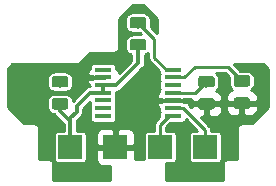
<source format=gbr>
G04 #@! TF.GenerationSoftware,KiCad,Pcbnew,(5.1.2)-2*
G04 #@! TF.CreationDate,2019-12-09T19:24:06+00:00*
G04 #@! TF.ProjectId,encoder_pcb,656e636f-6465-4725-9f70-63622e6b6963,rev?*
G04 #@! TF.SameCoordinates,Original*
G04 #@! TF.FileFunction,Copper,L2,Bot*
G04 #@! TF.FilePolarity,Positive*
%FSLAX46Y46*%
G04 Gerber Fmt 4.6, Leading zero omitted, Abs format (unit mm)*
G04 Created by KiCad (PCBNEW (5.1.2)-2) date 2019-12-09 19:24:06*
%MOMM*%
%LPD*%
G04 APERTURE LIST*
%ADD10C,0.100000*%
%ADD11C,0.975000*%
%ADD12R,2.000000X2.000000*%
%ADD13R,1.475000X0.450000*%
%ADD14C,0.375000*%
%ADD15C,0.250000*%
%ADD16C,0.254000*%
G04 APERTURE END LIST*
D10*
G36*
X116280142Y-114451174D02*
G01*
X116303803Y-114454684D01*
X116327007Y-114460496D01*
X116349529Y-114468554D01*
X116371153Y-114478782D01*
X116391670Y-114491079D01*
X116410883Y-114505329D01*
X116428607Y-114521393D01*
X116444671Y-114539117D01*
X116458921Y-114558330D01*
X116471218Y-114578847D01*
X116481446Y-114600471D01*
X116489504Y-114622993D01*
X116495316Y-114646197D01*
X116498826Y-114669858D01*
X116500000Y-114693750D01*
X116500000Y-115181250D01*
X116498826Y-115205142D01*
X116495316Y-115228803D01*
X116489504Y-115252007D01*
X116481446Y-115274529D01*
X116471218Y-115296153D01*
X116458921Y-115316670D01*
X116444671Y-115335883D01*
X116428607Y-115353607D01*
X116410883Y-115369671D01*
X116391670Y-115383921D01*
X116371153Y-115396218D01*
X116349529Y-115406446D01*
X116327007Y-115414504D01*
X116303803Y-115420316D01*
X116280142Y-115423826D01*
X116256250Y-115425000D01*
X115343750Y-115425000D01*
X115319858Y-115423826D01*
X115296197Y-115420316D01*
X115272993Y-115414504D01*
X115250471Y-115406446D01*
X115228847Y-115396218D01*
X115208330Y-115383921D01*
X115189117Y-115369671D01*
X115171393Y-115353607D01*
X115155329Y-115335883D01*
X115141079Y-115316670D01*
X115128782Y-115296153D01*
X115118554Y-115274529D01*
X115110496Y-115252007D01*
X115104684Y-115228803D01*
X115101174Y-115205142D01*
X115100000Y-115181250D01*
X115100000Y-114693750D01*
X115101174Y-114669858D01*
X115104684Y-114646197D01*
X115110496Y-114622993D01*
X115118554Y-114600471D01*
X115128782Y-114578847D01*
X115141079Y-114558330D01*
X115155329Y-114539117D01*
X115171393Y-114521393D01*
X115189117Y-114505329D01*
X115208330Y-114491079D01*
X115228847Y-114478782D01*
X115250471Y-114468554D01*
X115272993Y-114460496D01*
X115296197Y-114454684D01*
X115319858Y-114451174D01*
X115343750Y-114450000D01*
X116256250Y-114450000D01*
X116280142Y-114451174D01*
X116280142Y-114451174D01*
G37*
D11*
X115800000Y-114937500D03*
D10*
G36*
X116280142Y-112576174D02*
G01*
X116303803Y-112579684D01*
X116327007Y-112585496D01*
X116349529Y-112593554D01*
X116371153Y-112603782D01*
X116391670Y-112616079D01*
X116410883Y-112630329D01*
X116428607Y-112646393D01*
X116444671Y-112664117D01*
X116458921Y-112683330D01*
X116471218Y-112703847D01*
X116481446Y-112725471D01*
X116489504Y-112747993D01*
X116495316Y-112771197D01*
X116498826Y-112794858D01*
X116500000Y-112818750D01*
X116500000Y-113306250D01*
X116498826Y-113330142D01*
X116495316Y-113353803D01*
X116489504Y-113377007D01*
X116481446Y-113399529D01*
X116471218Y-113421153D01*
X116458921Y-113441670D01*
X116444671Y-113460883D01*
X116428607Y-113478607D01*
X116410883Y-113494671D01*
X116391670Y-113508921D01*
X116371153Y-113521218D01*
X116349529Y-113531446D01*
X116327007Y-113539504D01*
X116303803Y-113545316D01*
X116280142Y-113548826D01*
X116256250Y-113550000D01*
X115343750Y-113550000D01*
X115319858Y-113548826D01*
X115296197Y-113545316D01*
X115272993Y-113539504D01*
X115250471Y-113531446D01*
X115228847Y-113521218D01*
X115208330Y-113508921D01*
X115189117Y-113494671D01*
X115171393Y-113478607D01*
X115155329Y-113460883D01*
X115141079Y-113441670D01*
X115128782Y-113421153D01*
X115118554Y-113399529D01*
X115110496Y-113377007D01*
X115104684Y-113353803D01*
X115101174Y-113330142D01*
X115100000Y-113306250D01*
X115100000Y-112818750D01*
X115101174Y-112794858D01*
X115104684Y-112771197D01*
X115110496Y-112747993D01*
X115118554Y-112725471D01*
X115128782Y-112703847D01*
X115141079Y-112683330D01*
X115155329Y-112664117D01*
X115171393Y-112646393D01*
X115189117Y-112630329D01*
X115208330Y-112616079D01*
X115228847Y-112603782D01*
X115250471Y-112593554D01*
X115272993Y-112585496D01*
X115296197Y-112579684D01*
X115319858Y-112576174D01*
X115343750Y-112575000D01*
X116256250Y-112575000D01*
X116280142Y-112576174D01*
X116280142Y-112576174D01*
G37*
D11*
X115800000Y-113062500D03*
D10*
G36*
X119280142Y-114388674D02*
G01*
X119303803Y-114392184D01*
X119327007Y-114397996D01*
X119349529Y-114406054D01*
X119371153Y-114416282D01*
X119391670Y-114428579D01*
X119410883Y-114442829D01*
X119428607Y-114458893D01*
X119444671Y-114476617D01*
X119458921Y-114495830D01*
X119471218Y-114516347D01*
X119481446Y-114537971D01*
X119489504Y-114560493D01*
X119495316Y-114583697D01*
X119498826Y-114607358D01*
X119500000Y-114631250D01*
X119500000Y-115118750D01*
X119498826Y-115142642D01*
X119495316Y-115166303D01*
X119489504Y-115189507D01*
X119481446Y-115212029D01*
X119471218Y-115233653D01*
X119458921Y-115254170D01*
X119444671Y-115273383D01*
X119428607Y-115291107D01*
X119410883Y-115307171D01*
X119391670Y-115321421D01*
X119371153Y-115333718D01*
X119349529Y-115343946D01*
X119327007Y-115352004D01*
X119303803Y-115357816D01*
X119280142Y-115361326D01*
X119256250Y-115362500D01*
X118343750Y-115362500D01*
X118319858Y-115361326D01*
X118296197Y-115357816D01*
X118272993Y-115352004D01*
X118250471Y-115343946D01*
X118228847Y-115333718D01*
X118208330Y-115321421D01*
X118189117Y-115307171D01*
X118171393Y-115291107D01*
X118155329Y-115273383D01*
X118141079Y-115254170D01*
X118128782Y-115233653D01*
X118118554Y-115212029D01*
X118110496Y-115189507D01*
X118104684Y-115166303D01*
X118101174Y-115142642D01*
X118100000Y-115118750D01*
X118100000Y-114631250D01*
X118101174Y-114607358D01*
X118104684Y-114583697D01*
X118110496Y-114560493D01*
X118118554Y-114537971D01*
X118128782Y-114516347D01*
X118141079Y-114495830D01*
X118155329Y-114476617D01*
X118171393Y-114458893D01*
X118189117Y-114442829D01*
X118208330Y-114428579D01*
X118228847Y-114416282D01*
X118250471Y-114406054D01*
X118272993Y-114397996D01*
X118296197Y-114392184D01*
X118319858Y-114388674D01*
X118343750Y-114387500D01*
X119256250Y-114387500D01*
X119280142Y-114388674D01*
X119280142Y-114388674D01*
G37*
D11*
X118800000Y-114875000D03*
D10*
G36*
X119280142Y-112513674D02*
G01*
X119303803Y-112517184D01*
X119327007Y-112522996D01*
X119349529Y-112531054D01*
X119371153Y-112541282D01*
X119391670Y-112553579D01*
X119410883Y-112567829D01*
X119428607Y-112583893D01*
X119444671Y-112601617D01*
X119458921Y-112620830D01*
X119471218Y-112641347D01*
X119481446Y-112662971D01*
X119489504Y-112685493D01*
X119495316Y-112708697D01*
X119498826Y-112732358D01*
X119500000Y-112756250D01*
X119500000Y-113243750D01*
X119498826Y-113267642D01*
X119495316Y-113291303D01*
X119489504Y-113314507D01*
X119481446Y-113337029D01*
X119471218Y-113358653D01*
X119458921Y-113379170D01*
X119444671Y-113398383D01*
X119428607Y-113416107D01*
X119410883Y-113432171D01*
X119391670Y-113446421D01*
X119371153Y-113458718D01*
X119349529Y-113468946D01*
X119327007Y-113477004D01*
X119303803Y-113482816D01*
X119280142Y-113486326D01*
X119256250Y-113487500D01*
X118343750Y-113487500D01*
X118319858Y-113486326D01*
X118296197Y-113482816D01*
X118272993Y-113477004D01*
X118250471Y-113468946D01*
X118228847Y-113458718D01*
X118208330Y-113446421D01*
X118189117Y-113432171D01*
X118171393Y-113416107D01*
X118155329Y-113398383D01*
X118141079Y-113379170D01*
X118128782Y-113358653D01*
X118118554Y-113337029D01*
X118110496Y-113314507D01*
X118104684Y-113291303D01*
X118101174Y-113267642D01*
X118100000Y-113243750D01*
X118100000Y-112756250D01*
X118101174Y-112732358D01*
X118104684Y-112708697D01*
X118110496Y-112685493D01*
X118118554Y-112662971D01*
X118128782Y-112641347D01*
X118141079Y-112620830D01*
X118155329Y-112601617D01*
X118171393Y-112583893D01*
X118189117Y-112567829D01*
X118208330Y-112553579D01*
X118228847Y-112541282D01*
X118250471Y-112531054D01*
X118272993Y-112522996D01*
X118296197Y-112517184D01*
X118319858Y-112513674D01*
X118343750Y-112512500D01*
X119256250Y-112512500D01*
X119280142Y-112513674D01*
X119280142Y-112513674D01*
G37*
D11*
X118800000Y-113000000D03*
D10*
G36*
X110480142Y-107576174D02*
G01*
X110503803Y-107579684D01*
X110527007Y-107585496D01*
X110549529Y-107593554D01*
X110571153Y-107603782D01*
X110591670Y-107616079D01*
X110610883Y-107630329D01*
X110628607Y-107646393D01*
X110644671Y-107664117D01*
X110658921Y-107683330D01*
X110671218Y-107703847D01*
X110681446Y-107725471D01*
X110689504Y-107747993D01*
X110695316Y-107771197D01*
X110698826Y-107794858D01*
X110700000Y-107818750D01*
X110700000Y-108306250D01*
X110698826Y-108330142D01*
X110695316Y-108353803D01*
X110689504Y-108377007D01*
X110681446Y-108399529D01*
X110671218Y-108421153D01*
X110658921Y-108441670D01*
X110644671Y-108460883D01*
X110628607Y-108478607D01*
X110610883Y-108494671D01*
X110591670Y-108508921D01*
X110571153Y-108521218D01*
X110549529Y-108531446D01*
X110527007Y-108539504D01*
X110503803Y-108545316D01*
X110480142Y-108548826D01*
X110456250Y-108550000D01*
X109543750Y-108550000D01*
X109519858Y-108548826D01*
X109496197Y-108545316D01*
X109472993Y-108539504D01*
X109450471Y-108531446D01*
X109428847Y-108521218D01*
X109408330Y-108508921D01*
X109389117Y-108494671D01*
X109371393Y-108478607D01*
X109355329Y-108460883D01*
X109341079Y-108441670D01*
X109328782Y-108421153D01*
X109318554Y-108399529D01*
X109310496Y-108377007D01*
X109304684Y-108353803D01*
X109301174Y-108330142D01*
X109300000Y-108306250D01*
X109300000Y-107818750D01*
X109301174Y-107794858D01*
X109304684Y-107771197D01*
X109310496Y-107747993D01*
X109318554Y-107725471D01*
X109328782Y-107703847D01*
X109341079Y-107683330D01*
X109355329Y-107664117D01*
X109371393Y-107646393D01*
X109389117Y-107630329D01*
X109408330Y-107616079D01*
X109428847Y-107603782D01*
X109450471Y-107593554D01*
X109472993Y-107585496D01*
X109496197Y-107579684D01*
X109519858Y-107576174D01*
X109543750Y-107575000D01*
X110456250Y-107575000D01*
X110480142Y-107576174D01*
X110480142Y-107576174D01*
G37*
D11*
X110000000Y-108062500D03*
D10*
G36*
X110480142Y-109451174D02*
G01*
X110503803Y-109454684D01*
X110527007Y-109460496D01*
X110549529Y-109468554D01*
X110571153Y-109478782D01*
X110591670Y-109491079D01*
X110610883Y-109505329D01*
X110628607Y-109521393D01*
X110644671Y-109539117D01*
X110658921Y-109558330D01*
X110671218Y-109578847D01*
X110681446Y-109600471D01*
X110689504Y-109622993D01*
X110695316Y-109646197D01*
X110698826Y-109669858D01*
X110700000Y-109693750D01*
X110700000Y-110181250D01*
X110698826Y-110205142D01*
X110695316Y-110228803D01*
X110689504Y-110252007D01*
X110681446Y-110274529D01*
X110671218Y-110296153D01*
X110658921Y-110316670D01*
X110644671Y-110335883D01*
X110628607Y-110353607D01*
X110610883Y-110369671D01*
X110591670Y-110383921D01*
X110571153Y-110396218D01*
X110549529Y-110406446D01*
X110527007Y-110414504D01*
X110503803Y-110420316D01*
X110480142Y-110423826D01*
X110456250Y-110425000D01*
X109543750Y-110425000D01*
X109519858Y-110423826D01*
X109496197Y-110420316D01*
X109472993Y-110414504D01*
X109450471Y-110406446D01*
X109428847Y-110396218D01*
X109408330Y-110383921D01*
X109389117Y-110369671D01*
X109371393Y-110353607D01*
X109355329Y-110335883D01*
X109341079Y-110316670D01*
X109328782Y-110296153D01*
X109318554Y-110274529D01*
X109310496Y-110252007D01*
X109304684Y-110228803D01*
X109301174Y-110205142D01*
X109300000Y-110181250D01*
X109300000Y-109693750D01*
X109301174Y-109669858D01*
X109304684Y-109646197D01*
X109310496Y-109622993D01*
X109318554Y-109600471D01*
X109328782Y-109578847D01*
X109341079Y-109558330D01*
X109355329Y-109539117D01*
X109371393Y-109521393D01*
X109389117Y-109505329D01*
X109408330Y-109491079D01*
X109428847Y-109478782D01*
X109450471Y-109468554D01*
X109472993Y-109460496D01*
X109496197Y-109454684D01*
X109519858Y-109451174D01*
X109543750Y-109450000D01*
X110456250Y-109450000D01*
X110480142Y-109451174D01*
X110480142Y-109451174D01*
G37*
D11*
X110000000Y-109937500D03*
D12*
X115715000Y-118600000D03*
X111905000Y-118600000D03*
X108095000Y-118600000D03*
X104285000Y-118600000D03*
D13*
X107062000Y-112050000D03*
X107062000Y-112700000D03*
X107062000Y-113350000D03*
X107062000Y-114000000D03*
X107062000Y-114650000D03*
X107062000Y-115300000D03*
X107062000Y-115950000D03*
X112938000Y-115950000D03*
X112938000Y-115300000D03*
X112938000Y-114650000D03*
X112938000Y-114000000D03*
X112938000Y-113350000D03*
X112938000Y-112700000D03*
X112938000Y-112050000D03*
D10*
G36*
X103880142Y-112576174D02*
G01*
X103903803Y-112579684D01*
X103927007Y-112585496D01*
X103949529Y-112593554D01*
X103971153Y-112603782D01*
X103991670Y-112616079D01*
X104010883Y-112630329D01*
X104028607Y-112646393D01*
X104044671Y-112664117D01*
X104058921Y-112683330D01*
X104071218Y-112703847D01*
X104081446Y-112725471D01*
X104089504Y-112747993D01*
X104095316Y-112771197D01*
X104098826Y-112794858D01*
X104100000Y-112818750D01*
X104100000Y-113306250D01*
X104098826Y-113330142D01*
X104095316Y-113353803D01*
X104089504Y-113377007D01*
X104081446Y-113399529D01*
X104071218Y-113421153D01*
X104058921Y-113441670D01*
X104044671Y-113460883D01*
X104028607Y-113478607D01*
X104010883Y-113494671D01*
X103991670Y-113508921D01*
X103971153Y-113521218D01*
X103949529Y-113531446D01*
X103927007Y-113539504D01*
X103903803Y-113545316D01*
X103880142Y-113548826D01*
X103856250Y-113550000D01*
X102943750Y-113550000D01*
X102919858Y-113548826D01*
X102896197Y-113545316D01*
X102872993Y-113539504D01*
X102850471Y-113531446D01*
X102828847Y-113521218D01*
X102808330Y-113508921D01*
X102789117Y-113494671D01*
X102771393Y-113478607D01*
X102755329Y-113460883D01*
X102741079Y-113441670D01*
X102728782Y-113421153D01*
X102718554Y-113399529D01*
X102710496Y-113377007D01*
X102704684Y-113353803D01*
X102701174Y-113330142D01*
X102700000Y-113306250D01*
X102700000Y-112818750D01*
X102701174Y-112794858D01*
X102704684Y-112771197D01*
X102710496Y-112747993D01*
X102718554Y-112725471D01*
X102728782Y-112703847D01*
X102741079Y-112683330D01*
X102755329Y-112664117D01*
X102771393Y-112646393D01*
X102789117Y-112630329D01*
X102808330Y-112616079D01*
X102828847Y-112603782D01*
X102850471Y-112593554D01*
X102872993Y-112585496D01*
X102896197Y-112579684D01*
X102919858Y-112576174D01*
X102943750Y-112575000D01*
X103856250Y-112575000D01*
X103880142Y-112576174D01*
X103880142Y-112576174D01*
G37*
D11*
X103400000Y-113062500D03*
D10*
G36*
X103880142Y-114451174D02*
G01*
X103903803Y-114454684D01*
X103927007Y-114460496D01*
X103949529Y-114468554D01*
X103971153Y-114478782D01*
X103991670Y-114491079D01*
X104010883Y-114505329D01*
X104028607Y-114521393D01*
X104044671Y-114539117D01*
X104058921Y-114558330D01*
X104071218Y-114578847D01*
X104081446Y-114600471D01*
X104089504Y-114622993D01*
X104095316Y-114646197D01*
X104098826Y-114669858D01*
X104100000Y-114693750D01*
X104100000Y-115181250D01*
X104098826Y-115205142D01*
X104095316Y-115228803D01*
X104089504Y-115252007D01*
X104081446Y-115274529D01*
X104071218Y-115296153D01*
X104058921Y-115316670D01*
X104044671Y-115335883D01*
X104028607Y-115353607D01*
X104010883Y-115369671D01*
X103991670Y-115383921D01*
X103971153Y-115396218D01*
X103949529Y-115406446D01*
X103927007Y-115414504D01*
X103903803Y-115420316D01*
X103880142Y-115423826D01*
X103856250Y-115425000D01*
X102943750Y-115425000D01*
X102919858Y-115423826D01*
X102896197Y-115420316D01*
X102872993Y-115414504D01*
X102850471Y-115406446D01*
X102828847Y-115396218D01*
X102808330Y-115383921D01*
X102789117Y-115369671D01*
X102771393Y-115353607D01*
X102755329Y-115335883D01*
X102741079Y-115316670D01*
X102728782Y-115296153D01*
X102718554Y-115274529D01*
X102710496Y-115252007D01*
X102704684Y-115228803D01*
X102701174Y-115205142D01*
X102700000Y-115181250D01*
X102700000Y-114693750D01*
X102701174Y-114669858D01*
X102704684Y-114646197D01*
X102710496Y-114622993D01*
X102718554Y-114600471D01*
X102728782Y-114578847D01*
X102741079Y-114558330D01*
X102755329Y-114539117D01*
X102771393Y-114521393D01*
X102789117Y-114505329D01*
X102808330Y-114491079D01*
X102828847Y-114478782D01*
X102850471Y-114468554D01*
X102872993Y-114460496D01*
X102896197Y-114454684D01*
X102919858Y-114451174D01*
X102943750Y-114450000D01*
X103856250Y-114450000D01*
X103880142Y-114451174D01*
X103880142Y-114451174D01*
G37*
D11*
X103400000Y-114937500D03*
D14*
X107062000Y-114000000D02*
X107062000Y-113350000D01*
X105949500Y-114000000D02*
X105400000Y-114549500D01*
X104285000Y-116715000D02*
X104285000Y-118600000D01*
X108174500Y-113350000D02*
X107062000Y-113350000D01*
X110000000Y-111524500D02*
X108174500Y-113350000D01*
X110000000Y-109937500D02*
X110000000Y-111524500D01*
X104285000Y-116410000D02*
X104285000Y-116715000D01*
X103400000Y-115525000D02*
X104285000Y-116410000D01*
X103400000Y-114937500D02*
X103400000Y-115525000D01*
X104285000Y-116410000D02*
X104285000Y-116115000D01*
X104285000Y-116115000D02*
X104800000Y-115600000D01*
X105949500Y-114000000D02*
X107062000Y-114000000D01*
X104800000Y-115149500D02*
X105949500Y-114000000D01*
X104800000Y-115600000D02*
X104800000Y-115149500D01*
D15*
X112938000Y-115950000D02*
X112650000Y-115950000D01*
X111905000Y-116695000D02*
X111905000Y-118600000D01*
X112650000Y-115950000D02*
X111905000Y-116695000D01*
X115715000Y-117350000D02*
X115715000Y-118600000D01*
X115715000Y-117179498D02*
X115715000Y-117350000D01*
X113835502Y-115300000D02*
X115715000Y-117179498D01*
X112938000Y-115300000D02*
X113835502Y-115300000D01*
X114862500Y-114000000D02*
X112938000Y-114000000D01*
X115800000Y-113062500D02*
X114862500Y-114000000D01*
X110000000Y-108062500D02*
X111400000Y-109462500D01*
X112425500Y-112050000D02*
X112938000Y-112050000D01*
X111400000Y-111024500D02*
X112425500Y-112050000D01*
X111400000Y-109462500D02*
X111400000Y-111024500D01*
X113925500Y-112700000D02*
X114825500Y-111800000D01*
X112938000Y-112700000D02*
X113925500Y-112700000D01*
X117600000Y-111800000D02*
X118800000Y-113000000D01*
X114825500Y-111800000D02*
X117600000Y-111800000D01*
D16*
G36*
X111594001Y-107768171D02*
G01*
X111594000Y-108940909D01*
X111071770Y-108418678D01*
X111082843Y-108306250D01*
X111082843Y-107818750D01*
X111070803Y-107696508D01*
X111035146Y-107578963D01*
X110977243Y-107470634D01*
X110899318Y-107375682D01*
X110804366Y-107297757D01*
X110696037Y-107239854D01*
X110578492Y-107204197D01*
X110456250Y-107192157D01*
X109543750Y-107192157D01*
X109421508Y-107204197D01*
X109303963Y-107239854D01*
X109195634Y-107297757D01*
X109100682Y-107375682D01*
X109022757Y-107470634D01*
X108964854Y-107578963D01*
X108929197Y-107696508D01*
X108917157Y-107818750D01*
X108917157Y-108306250D01*
X108929197Y-108428492D01*
X108964854Y-108546037D01*
X109022757Y-108654366D01*
X109100682Y-108749318D01*
X109195634Y-108827243D01*
X109303963Y-108885146D01*
X109421508Y-108920803D01*
X109543750Y-108932843D01*
X110154752Y-108932843D01*
X110289066Y-109067157D01*
X109543750Y-109067157D01*
X109421508Y-109079197D01*
X109303963Y-109114854D01*
X109195634Y-109172757D01*
X109100682Y-109250682D01*
X109022757Y-109345634D01*
X108964854Y-109453963D01*
X108929197Y-109571508D01*
X108917157Y-109693750D01*
X108917157Y-110181250D01*
X108929197Y-110303492D01*
X108964854Y-110421037D01*
X109022757Y-110529366D01*
X109100682Y-110624318D01*
X109195634Y-110702243D01*
X109303963Y-110760146D01*
X109421508Y-110795803D01*
X109431501Y-110796787D01*
X109431501Y-111289018D01*
X108412713Y-112307806D01*
X108385261Y-112221979D01*
X108324644Y-112112564D01*
X108243846Y-112017078D01*
X108182343Y-111968134D01*
X108182343Y-111825000D01*
X108174987Y-111750311D01*
X108153201Y-111678492D01*
X108117822Y-111612304D01*
X108070211Y-111554289D01*
X108012196Y-111506678D01*
X107946008Y-111471299D01*
X107874189Y-111449513D01*
X107799500Y-111442157D01*
X106324500Y-111442157D01*
X106249811Y-111449513D01*
X106177992Y-111471299D01*
X106111804Y-111506678D01*
X106053789Y-111554289D01*
X106006178Y-111612304D01*
X105970799Y-111678492D01*
X105949013Y-111750311D01*
X105941657Y-111825000D01*
X105941657Y-111968134D01*
X105880154Y-112017078D01*
X105799356Y-112112564D01*
X105738739Y-112221979D01*
X105700632Y-112341117D01*
X105689500Y-112443250D01*
X105848250Y-112602000D01*
X106128039Y-112602000D01*
X106177992Y-112628701D01*
X106249811Y-112650487D01*
X106324500Y-112657843D01*
X107209000Y-112657843D01*
X107209000Y-112742157D01*
X106324500Y-112742157D01*
X106249811Y-112749513D01*
X106177992Y-112771299D01*
X106128039Y-112798000D01*
X105848250Y-112798000D01*
X105689500Y-112956750D01*
X105700632Y-113058883D01*
X105738739Y-113178021D01*
X105799356Y-113287436D01*
X105880154Y-113382922D01*
X105939036Y-113429781D01*
X105921582Y-113431500D01*
X105921578Y-113431500D01*
X105838055Y-113439726D01*
X105730892Y-113472234D01*
X105645066Y-113518109D01*
X105632129Y-113525024D01*
X105606525Y-113546037D01*
X105545565Y-113596065D01*
X105527763Y-113617757D01*
X104480057Y-114665463D01*
X104470803Y-114571508D01*
X104435146Y-114453963D01*
X104377243Y-114345634D01*
X104299318Y-114250682D01*
X104204366Y-114172757D01*
X104096037Y-114114854D01*
X103978492Y-114079197D01*
X103856250Y-114067157D01*
X102943750Y-114067157D01*
X102821508Y-114079197D01*
X102703963Y-114114854D01*
X102595634Y-114172757D01*
X102500682Y-114250682D01*
X102422757Y-114345634D01*
X102364854Y-114453963D01*
X102329197Y-114571508D01*
X102317157Y-114693750D01*
X102317157Y-115181250D01*
X102329197Y-115303492D01*
X102364854Y-115421037D01*
X102422757Y-115529366D01*
X102500682Y-115624318D01*
X102595634Y-115702243D01*
X102703963Y-115760146D01*
X102821508Y-115795803D01*
X102904502Y-115803977D01*
X102925023Y-115842370D01*
X102978266Y-115907246D01*
X102978269Y-115907249D01*
X102996066Y-115928935D01*
X103017752Y-115946732D01*
X103716500Y-116645481D01*
X103716500Y-117217157D01*
X103285000Y-117217157D01*
X103210311Y-117224513D01*
X103138492Y-117246299D01*
X103072304Y-117281678D01*
X103014289Y-117329289D01*
X102966678Y-117387304D01*
X102931299Y-117453492D01*
X102909513Y-117525311D01*
X102902157Y-117600000D01*
X102902157Y-119600000D01*
X102909513Y-119674689D01*
X102931299Y-119746508D01*
X102966678Y-119812696D01*
X103014289Y-119870711D01*
X103072304Y-119918322D01*
X103138492Y-119953701D01*
X103210311Y-119975487D01*
X103285000Y-119982843D01*
X105285000Y-119982843D01*
X105359689Y-119975487D01*
X105431508Y-119953701D01*
X105497696Y-119918322D01*
X105555711Y-119870711D01*
X105603322Y-119812696D01*
X105638701Y-119746508D01*
X105660487Y-119674689D01*
X105667843Y-119600000D01*
X105667843Y-117600000D01*
X106456928Y-117600000D01*
X106460000Y-118314250D01*
X106618750Y-118473000D01*
X107968000Y-118473000D01*
X107968000Y-117123750D01*
X108222000Y-117123750D01*
X108222000Y-118473000D01*
X109571250Y-118473000D01*
X109730000Y-118314250D01*
X109733072Y-117600000D01*
X109720812Y-117475518D01*
X109684502Y-117355820D01*
X109625537Y-117245506D01*
X109546185Y-117148815D01*
X109449494Y-117069463D01*
X109339180Y-117010498D01*
X109219482Y-116974188D01*
X109095000Y-116961928D01*
X108380750Y-116965000D01*
X108222000Y-117123750D01*
X107968000Y-117123750D01*
X107809250Y-116965000D01*
X107095000Y-116961928D01*
X106970518Y-116974188D01*
X106850820Y-117010498D01*
X106740506Y-117069463D01*
X106643815Y-117148815D01*
X106564463Y-117245506D01*
X106505498Y-117355820D01*
X106469188Y-117475518D01*
X106456928Y-117600000D01*
X105667843Y-117600000D01*
X105660487Y-117525311D01*
X105638701Y-117453492D01*
X105603322Y-117387304D01*
X105555711Y-117329289D01*
X105497696Y-117281678D01*
X105431508Y-117246299D01*
X105359689Y-117224513D01*
X105285000Y-117217157D01*
X104853500Y-117217157D01*
X104853500Y-116437919D01*
X104856250Y-116409999D01*
X104853500Y-116382078D01*
X104853500Y-116350480D01*
X105182248Y-116021732D01*
X105203935Y-116003935D01*
X105221734Y-115982247D01*
X105274977Y-115917371D01*
X105327766Y-115818608D01*
X105340415Y-115776910D01*
X105360274Y-115711445D01*
X105368500Y-115627922D01*
X105368500Y-115627920D01*
X105371250Y-115600000D01*
X105368500Y-115572080D01*
X105368500Y-115384980D01*
X105941657Y-114811823D01*
X105941657Y-114875000D01*
X105949013Y-114949689D01*
X105956691Y-114975000D01*
X105949013Y-115000311D01*
X105941657Y-115075000D01*
X105941657Y-115525000D01*
X105949013Y-115599689D01*
X105956691Y-115625000D01*
X105949013Y-115650311D01*
X105941657Y-115725000D01*
X105941657Y-116175000D01*
X105949013Y-116249689D01*
X105970799Y-116321508D01*
X106006178Y-116387696D01*
X106053789Y-116445711D01*
X106111804Y-116493322D01*
X106177992Y-116528701D01*
X106249811Y-116550487D01*
X106324500Y-116557843D01*
X107799500Y-116557843D01*
X107874189Y-116550487D01*
X107946008Y-116528701D01*
X108012196Y-116493322D01*
X108070211Y-116445711D01*
X108117822Y-116387696D01*
X108153201Y-116321508D01*
X108174987Y-116249689D01*
X108182343Y-116175000D01*
X108182343Y-115725000D01*
X108174987Y-115650311D01*
X108167309Y-115625000D01*
X108174987Y-115599689D01*
X108182343Y-115525000D01*
X108182343Y-115075000D01*
X108174987Y-115000311D01*
X108167309Y-114975000D01*
X108174987Y-114949689D01*
X108182343Y-114875000D01*
X108182343Y-114425000D01*
X108174987Y-114350311D01*
X108167309Y-114325000D01*
X108174987Y-114299689D01*
X108182343Y-114225000D01*
X108182343Y-113920477D01*
X108202420Y-113918500D01*
X108202422Y-113918500D01*
X108285945Y-113910274D01*
X108393108Y-113877766D01*
X108453079Y-113845711D01*
X108491870Y-113824977D01*
X108534489Y-113790000D01*
X108578435Y-113753935D01*
X108596237Y-113732243D01*
X110382249Y-111946232D01*
X110403935Y-111928435D01*
X110421734Y-111906747D01*
X110474977Y-111841870D01*
X110527766Y-111743108D01*
X110534651Y-111720410D01*
X110560274Y-111635945D01*
X110568500Y-111552422D01*
X110568500Y-111552420D01*
X110571250Y-111524500D01*
X110568500Y-111496580D01*
X110568500Y-110796787D01*
X110578492Y-110795803D01*
X110696037Y-110760146D01*
X110804366Y-110702243D01*
X110894001Y-110628682D01*
X110894001Y-110999644D01*
X110891553Y-111024500D01*
X110901322Y-111123692D01*
X110930255Y-111219074D01*
X110930256Y-111219075D01*
X110977242Y-111306979D01*
X111040474Y-111384027D01*
X111059780Y-111399871D01*
X111817657Y-112157749D01*
X111817657Y-112275000D01*
X111825013Y-112349689D01*
X111832691Y-112375000D01*
X111825013Y-112400311D01*
X111817657Y-112475000D01*
X111817657Y-112925000D01*
X111825013Y-112999689D01*
X111832691Y-113025000D01*
X111825013Y-113050311D01*
X111817657Y-113125000D01*
X111817657Y-113575000D01*
X111825013Y-113649689D01*
X111832691Y-113675000D01*
X111825013Y-113700311D01*
X111817657Y-113775000D01*
X111817657Y-113918134D01*
X111756154Y-113967078D01*
X111675356Y-114062564D01*
X111614739Y-114171979D01*
X111576632Y-114291117D01*
X111565500Y-114393250D01*
X111724250Y-114552000D01*
X112004039Y-114552000D01*
X112053992Y-114578701D01*
X112125811Y-114600487D01*
X112200500Y-114607843D01*
X113675500Y-114607843D01*
X113750189Y-114600487D01*
X113822008Y-114578701D01*
X113871961Y-114552000D01*
X114151750Y-114552000D01*
X114197750Y-114506000D01*
X114462781Y-114506000D01*
X114465000Y-114651750D01*
X114623750Y-114810500D01*
X115673000Y-114810500D01*
X115673000Y-114790500D01*
X115927000Y-114790500D01*
X115927000Y-114810500D01*
X116976250Y-114810500D01*
X117135000Y-114651750D01*
X117138072Y-114450000D01*
X117125812Y-114325518D01*
X117089502Y-114205820D01*
X117030537Y-114095506D01*
X116951185Y-113998815D01*
X116854494Y-113919463D01*
X116744180Y-113860498D01*
X116624482Y-113824188D01*
X116609845Y-113822746D01*
X116699318Y-113749318D01*
X116777243Y-113654366D01*
X116835146Y-113546037D01*
X116870803Y-113428492D01*
X116882843Y-113306250D01*
X116882843Y-112818750D01*
X116870803Y-112696508D01*
X116835146Y-112578963D01*
X116777243Y-112470634D01*
X116699318Y-112375682D01*
X116614410Y-112306000D01*
X117390409Y-112306000D01*
X117728230Y-112643822D01*
X117717157Y-112756250D01*
X117717157Y-113243750D01*
X117729197Y-113365992D01*
X117764854Y-113483537D01*
X117822757Y-113591866D01*
X117900682Y-113686818D01*
X117990155Y-113760246D01*
X117975518Y-113761688D01*
X117855820Y-113797998D01*
X117745506Y-113856963D01*
X117648815Y-113936315D01*
X117569463Y-114033006D01*
X117510498Y-114143320D01*
X117474188Y-114263018D01*
X117461928Y-114387500D01*
X117465000Y-114589250D01*
X117623750Y-114748000D01*
X118673000Y-114748000D01*
X118673000Y-114728000D01*
X118927000Y-114728000D01*
X118927000Y-114748000D01*
X119976250Y-114748000D01*
X120135000Y-114589250D01*
X120138072Y-114387500D01*
X120125812Y-114263018D01*
X120089502Y-114143320D01*
X120030537Y-114033006D01*
X119951185Y-113936315D01*
X119854494Y-113856963D01*
X119744180Y-113797998D01*
X119624482Y-113761688D01*
X119609845Y-113760246D01*
X119699318Y-113686818D01*
X119777243Y-113591866D01*
X119835146Y-113483537D01*
X119870803Y-113365992D01*
X119882843Y-113243750D01*
X119882843Y-112756250D01*
X119870803Y-112634008D01*
X119835146Y-112516463D01*
X119777243Y-112408134D01*
X119699318Y-112313182D01*
X119604366Y-112235257D01*
X119496037Y-112177354D01*
X119378492Y-112141697D01*
X119256250Y-112129657D01*
X118645249Y-112129657D01*
X118121591Y-111606000D01*
X120631831Y-111606000D01*
X120994001Y-111968172D01*
X120994000Y-115231830D01*
X119631831Y-116594000D01*
X118819941Y-116594000D01*
X118800000Y-116592036D01*
X118780060Y-116594000D01*
X118780059Y-116594000D01*
X118720410Y-116599875D01*
X118643879Y-116623090D01*
X118573347Y-116660790D01*
X118511526Y-116711526D01*
X118460790Y-116773347D01*
X118423090Y-116843879D01*
X118399875Y-116920410D01*
X118392036Y-117000000D01*
X118394001Y-117019951D01*
X118394000Y-119594000D01*
X117619941Y-119594000D01*
X117600000Y-119592036D01*
X117580060Y-119594000D01*
X117580059Y-119594000D01*
X117520410Y-119599875D01*
X117443879Y-119623090D01*
X117373347Y-119660790D01*
X117311526Y-119711526D01*
X117260790Y-119773347D01*
X117223090Y-119843879D01*
X117199875Y-119920410D01*
X117192036Y-120000000D01*
X117194001Y-120019951D01*
X117194000Y-121394000D01*
X112406000Y-121394000D01*
X112406000Y-120019940D01*
X112407964Y-120000000D01*
X112406274Y-119982843D01*
X112905000Y-119982843D01*
X112979689Y-119975487D01*
X113051508Y-119953701D01*
X113117696Y-119918322D01*
X113175711Y-119870711D01*
X113223322Y-119812696D01*
X113258701Y-119746508D01*
X113280487Y-119674689D01*
X113287843Y-119600000D01*
X113287843Y-117600000D01*
X113280487Y-117525311D01*
X113258701Y-117453492D01*
X113223322Y-117387304D01*
X113175711Y-117329289D01*
X113117696Y-117281678D01*
X113051508Y-117246299D01*
X112979689Y-117224513D01*
X112905000Y-117217157D01*
X112411000Y-117217157D01*
X112411000Y-116904591D01*
X112757749Y-116557843D01*
X113675500Y-116557843D01*
X113750189Y-116550487D01*
X113822008Y-116528701D01*
X113888196Y-116493322D01*
X113946211Y-116445711D01*
X113993822Y-116387696D01*
X114029201Y-116321508D01*
X114050987Y-116249689D01*
X114052656Y-116232745D01*
X115037067Y-117217157D01*
X114715000Y-117217157D01*
X114640311Y-117224513D01*
X114568492Y-117246299D01*
X114502304Y-117281678D01*
X114444289Y-117329289D01*
X114396678Y-117387304D01*
X114361299Y-117453492D01*
X114339513Y-117525311D01*
X114332157Y-117600000D01*
X114332157Y-119600000D01*
X114339513Y-119674689D01*
X114361299Y-119746508D01*
X114396678Y-119812696D01*
X114444289Y-119870711D01*
X114502304Y-119918322D01*
X114568492Y-119953701D01*
X114640311Y-119975487D01*
X114715000Y-119982843D01*
X116715000Y-119982843D01*
X116789689Y-119975487D01*
X116861508Y-119953701D01*
X116927696Y-119918322D01*
X116985711Y-119870711D01*
X117033322Y-119812696D01*
X117068701Y-119746508D01*
X117090487Y-119674689D01*
X117097843Y-119600000D01*
X117097843Y-117600000D01*
X117090487Y-117525311D01*
X117068701Y-117453492D01*
X117033322Y-117387304D01*
X116985711Y-117329289D01*
X116927696Y-117281678D01*
X116861508Y-117246299D01*
X116789689Y-117224513D01*
X116715000Y-117217157D01*
X116221000Y-117217157D01*
X116221000Y-117204352D01*
X116223448Y-117179498D01*
X116213678Y-117080305D01*
X116184745Y-116984923D01*
X116182145Y-116980059D01*
X116137759Y-116897019D01*
X116074527Y-116819971D01*
X116055220Y-116804126D01*
X115312589Y-116061495D01*
X115514250Y-116060000D01*
X115673000Y-115901250D01*
X115673000Y-115064500D01*
X115927000Y-115064500D01*
X115927000Y-115901250D01*
X116085750Y-116060000D01*
X116500000Y-116063072D01*
X116624482Y-116050812D01*
X116744180Y-116014502D01*
X116854494Y-115955537D01*
X116951185Y-115876185D01*
X117030537Y-115779494D01*
X117089502Y-115669180D01*
X117125812Y-115549482D01*
X117138072Y-115425000D01*
X117137121Y-115362500D01*
X117461928Y-115362500D01*
X117474188Y-115486982D01*
X117510498Y-115606680D01*
X117569463Y-115716994D01*
X117648815Y-115813685D01*
X117745506Y-115893037D01*
X117855820Y-115952002D01*
X117975518Y-115988312D01*
X118100000Y-116000572D01*
X118514250Y-115997500D01*
X118673000Y-115838750D01*
X118673000Y-115002000D01*
X118927000Y-115002000D01*
X118927000Y-115838750D01*
X119085750Y-115997500D01*
X119500000Y-116000572D01*
X119624482Y-115988312D01*
X119744180Y-115952002D01*
X119854494Y-115893037D01*
X119951185Y-115813685D01*
X120030537Y-115716994D01*
X120089502Y-115606680D01*
X120125812Y-115486982D01*
X120138072Y-115362500D01*
X120135000Y-115160750D01*
X119976250Y-115002000D01*
X118927000Y-115002000D01*
X118673000Y-115002000D01*
X117623750Y-115002000D01*
X117465000Y-115160750D01*
X117461928Y-115362500D01*
X117137121Y-115362500D01*
X117135000Y-115223250D01*
X116976250Y-115064500D01*
X115927000Y-115064500D01*
X115673000Y-115064500D01*
X114623750Y-115064500D01*
X114469672Y-115218578D01*
X114289822Y-115038729D01*
X114299368Y-115008883D01*
X114310500Y-114906750D01*
X114151750Y-114748000D01*
X113871961Y-114748000D01*
X113822008Y-114721299D01*
X113750189Y-114699513D01*
X113675500Y-114692157D01*
X112200500Y-114692157D01*
X112125811Y-114699513D01*
X112053992Y-114721299D01*
X112004039Y-114748000D01*
X111724250Y-114748000D01*
X111565500Y-114906750D01*
X111576632Y-115008883D01*
X111614739Y-115128021D01*
X111675356Y-115237436D01*
X111756154Y-115332922D01*
X111817657Y-115381866D01*
X111817657Y-115525000D01*
X111825013Y-115599689D01*
X111832691Y-115625000D01*
X111825013Y-115650311D01*
X111817657Y-115725000D01*
X111817657Y-116066752D01*
X111564785Y-116319624D01*
X111545473Y-116335473D01*
X111482241Y-116412521D01*
X111435255Y-116500426D01*
X111406322Y-116595808D01*
X111399000Y-116670147D01*
X111399000Y-116670154D01*
X111396553Y-116695000D01*
X111399000Y-116719846D01*
X111399000Y-117217157D01*
X110905000Y-117217157D01*
X110830311Y-117224513D01*
X110758492Y-117246299D01*
X110692304Y-117281678D01*
X110634289Y-117329289D01*
X110586678Y-117387304D01*
X110551299Y-117453492D01*
X110529513Y-117525311D01*
X110522157Y-117600000D01*
X110522157Y-119594000D01*
X109733046Y-119594000D01*
X109730000Y-118885750D01*
X109571250Y-118727000D01*
X108222000Y-118727000D01*
X108222000Y-118747000D01*
X107968000Y-118747000D01*
X107968000Y-118727000D01*
X106618750Y-118727000D01*
X106460000Y-118885750D01*
X106456928Y-119600000D01*
X106469188Y-119724482D01*
X106505498Y-119844180D01*
X106564463Y-119954494D01*
X106643815Y-120051185D01*
X106740506Y-120130537D01*
X106850820Y-120189502D01*
X106970518Y-120225812D01*
X107095000Y-120238072D01*
X107594000Y-120235926D01*
X107594001Y-121394000D01*
X102806000Y-121394000D01*
X102806000Y-120019940D01*
X102807964Y-120000000D01*
X102800125Y-119920410D01*
X102776910Y-119843879D01*
X102739210Y-119773347D01*
X102688474Y-119711526D01*
X102626653Y-119660790D01*
X102556121Y-119623090D01*
X102479590Y-119599875D01*
X102419941Y-119594000D01*
X102419940Y-119594000D01*
X102400000Y-119592036D01*
X102380059Y-119594000D01*
X101606000Y-119594000D01*
X101606000Y-117019941D01*
X101607964Y-117000000D01*
X101600125Y-116920410D01*
X101576910Y-116843879D01*
X101539210Y-116773347D01*
X101488474Y-116711526D01*
X101426653Y-116660790D01*
X101356121Y-116623090D01*
X101279590Y-116599875D01*
X101219941Y-116594000D01*
X101200000Y-116592036D01*
X101180060Y-116594000D01*
X100368170Y-116594000D01*
X99006000Y-115231831D01*
X99006000Y-112818750D01*
X102317157Y-112818750D01*
X102317157Y-113306250D01*
X102329197Y-113428492D01*
X102364854Y-113546037D01*
X102422757Y-113654366D01*
X102500682Y-113749318D01*
X102595634Y-113827243D01*
X102703963Y-113885146D01*
X102821508Y-113920803D01*
X102943750Y-113932843D01*
X103856250Y-113932843D01*
X103978492Y-113920803D01*
X104096037Y-113885146D01*
X104204366Y-113827243D01*
X104299318Y-113749318D01*
X104377243Y-113654366D01*
X104435146Y-113546037D01*
X104470803Y-113428492D01*
X104482843Y-113306250D01*
X104482843Y-112818750D01*
X104470803Y-112696508D01*
X104435146Y-112578963D01*
X104377243Y-112470634D01*
X104299318Y-112375682D01*
X104204366Y-112297757D01*
X104096037Y-112239854D01*
X103978492Y-112204197D01*
X103856250Y-112192157D01*
X102943750Y-112192157D01*
X102821508Y-112204197D01*
X102703963Y-112239854D01*
X102595634Y-112297757D01*
X102500682Y-112375682D01*
X102422757Y-112470634D01*
X102364854Y-112578963D01*
X102329197Y-112696508D01*
X102317157Y-112818750D01*
X99006000Y-112818750D01*
X99006000Y-111968169D01*
X99368171Y-111606000D01*
X104780067Y-111606000D01*
X104800000Y-111607963D01*
X104819933Y-111606000D01*
X104819941Y-111606000D01*
X104879590Y-111600125D01*
X104956121Y-111576910D01*
X105026653Y-111539210D01*
X105088474Y-111488474D01*
X105101193Y-111472976D01*
X105968171Y-110606000D01*
X107980059Y-110606000D01*
X108000000Y-110607964D01*
X108019940Y-110606000D01*
X108019941Y-110606000D01*
X108079590Y-110600125D01*
X108156121Y-110576910D01*
X108226653Y-110539210D01*
X108288474Y-110488474D01*
X108339210Y-110426653D01*
X108376910Y-110356121D01*
X108400125Y-110279590D01*
X108407964Y-110200000D01*
X108406000Y-110180059D01*
X108406000Y-107768169D01*
X109568170Y-106606000D01*
X110431831Y-106606000D01*
X111594001Y-107768171D01*
X111594001Y-107768171D01*
G37*
X111594001Y-107768171D02*
X111594000Y-108940909D01*
X111071770Y-108418678D01*
X111082843Y-108306250D01*
X111082843Y-107818750D01*
X111070803Y-107696508D01*
X111035146Y-107578963D01*
X110977243Y-107470634D01*
X110899318Y-107375682D01*
X110804366Y-107297757D01*
X110696037Y-107239854D01*
X110578492Y-107204197D01*
X110456250Y-107192157D01*
X109543750Y-107192157D01*
X109421508Y-107204197D01*
X109303963Y-107239854D01*
X109195634Y-107297757D01*
X109100682Y-107375682D01*
X109022757Y-107470634D01*
X108964854Y-107578963D01*
X108929197Y-107696508D01*
X108917157Y-107818750D01*
X108917157Y-108306250D01*
X108929197Y-108428492D01*
X108964854Y-108546037D01*
X109022757Y-108654366D01*
X109100682Y-108749318D01*
X109195634Y-108827243D01*
X109303963Y-108885146D01*
X109421508Y-108920803D01*
X109543750Y-108932843D01*
X110154752Y-108932843D01*
X110289066Y-109067157D01*
X109543750Y-109067157D01*
X109421508Y-109079197D01*
X109303963Y-109114854D01*
X109195634Y-109172757D01*
X109100682Y-109250682D01*
X109022757Y-109345634D01*
X108964854Y-109453963D01*
X108929197Y-109571508D01*
X108917157Y-109693750D01*
X108917157Y-110181250D01*
X108929197Y-110303492D01*
X108964854Y-110421037D01*
X109022757Y-110529366D01*
X109100682Y-110624318D01*
X109195634Y-110702243D01*
X109303963Y-110760146D01*
X109421508Y-110795803D01*
X109431501Y-110796787D01*
X109431501Y-111289018D01*
X108412713Y-112307806D01*
X108385261Y-112221979D01*
X108324644Y-112112564D01*
X108243846Y-112017078D01*
X108182343Y-111968134D01*
X108182343Y-111825000D01*
X108174987Y-111750311D01*
X108153201Y-111678492D01*
X108117822Y-111612304D01*
X108070211Y-111554289D01*
X108012196Y-111506678D01*
X107946008Y-111471299D01*
X107874189Y-111449513D01*
X107799500Y-111442157D01*
X106324500Y-111442157D01*
X106249811Y-111449513D01*
X106177992Y-111471299D01*
X106111804Y-111506678D01*
X106053789Y-111554289D01*
X106006178Y-111612304D01*
X105970799Y-111678492D01*
X105949013Y-111750311D01*
X105941657Y-111825000D01*
X105941657Y-111968134D01*
X105880154Y-112017078D01*
X105799356Y-112112564D01*
X105738739Y-112221979D01*
X105700632Y-112341117D01*
X105689500Y-112443250D01*
X105848250Y-112602000D01*
X106128039Y-112602000D01*
X106177992Y-112628701D01*
X106249811Y-112650487D01*
X106324500Y-112657843D01*
X107209000Y-112657843D01*
X107209000Y-112742157D01*
X106324500Y-112742157D01*
X106249811Y-112749513D01*
X106177992Y-112771299D01*
X106128039Y-112798000D01*
X105848250Y-112798000D01*
X105689500Y-112956750D01*
X105700632Y-113058883D01*
X105738739Y-113178021D01*
X105799356Y-113287436D01*
X105880154Y-113382922D01*
X105939036Y-113429781D01*
X105921582Y-113431500D01*
X105921578Y-113431500D01*
X105838055Y-113439726D01*
X105730892Y-113472234D01*
X105645066Y-113518109D01*
X105632129Y-113525024D01*
X105606525Y-113546037D01*
X105545565Y-113596065D01*
X105527763Y-113617757D01*
X104480057Y-114665463D01*
X104470803Y-114571508D01*
X104435146Y-114453963D01*
X104377243Y-114345634D01*
X104299318Y-114250682D01*
X104204366Y-114172757D01*
X104096037Y-114114854D01*
X103978492Y-114079197D01*
X103856250Y-114067157D01*
X102943750Y-114067157D01*
X102821508Y-114079197D01*
X102703963Y-114114854D01*
X102595634Y-114172757D01*
X102500682Y-114250682D01*
X102422757Y-114345634D01*
X102364854Y-114453963D01*
X102329197Y-114571508D01*
X102317157Y-114693750D01*
X102317157Y-115181250D01*
X102329197Y-115303492D01*
X102364854Y-115421037D01*
X102422757Y-115529366D01*
X102500682Y-115624318D01*
X102595634Y-115702243D01*
X102703963Y-115760146D01*
X102821508Y-115795803D01*
X102904502Y-115803977D01*
X102925023Y-115842370D01*
X102978266Y-115907246D01*
X102978269Y-115907249D01*
X102996066Y-115928935D01*
X103017752Y-115946732D01*
X103716500Y-116645481D01*
X103716500Y-117217157D01*
X103285000Y-117217157D01*
X103210311Y-117224513D01*
X103138492Y-117246299D01*
X103072304Y-117281678D01*
X103014289Y-117329289D01*
X102966678Y-117387304D01*
X102931299Y-117453492D01*
X102909513Y-117525311D01*
X102902157Y-117600000D01*
X102902157Y-119600000D01*
X102909513Y-119674689D01*
X102931299Y-119746508D01*
X102966678Y-119812696D01*
X103014289Y-119870711D01*
X103072304Y-119918322D01*
X103138492Y-119953701D01*
X103210311Y-119975487D01*
X103285000Y-119982843D01*
X105285000Y-119982843D01*
X105359689Y-119975487D01*
X105431508Y-119953701D01*
X105497696Y-119918322D01*
X105555711Y-119870711D01*
X105603322Y-119812696D01*
X105638701Y-119746508D01*
X105660487Y-119674689D01*
X105667843Y-119600000D01*
X105667843Y-117600000D01*
X106456928Y-117600000D01*
X106460000Y-118314250D01*
X106618750Y-118473000D01*
X107968000Y-118473000D01*
X107968000Y-117123750D01*
X108222000Y-117123750D01*
X108222000Y-118473000D01*
X109571250Y-118473000D01*
X109730000Y-118314250D01*
X109733072Y-117600000D01*
X109720812Y-117475518D01*
X109684502Y-117355820D01*
X109625537Y-117245506D01*
X109546185Y-117148815D01*
X109449494Y-117069463D01*
X109339180Y-117010498D01*
X109219482Y-116974188D01*
X109095000Y-116961928D01*
X108380750Y-116965000D01*
X108222000Y-117123750D01*
X107968000Y-117123750D01*
X107809250Y-116965000D01*
X107095000Y-116961928D01*
X106970518Y-116974188D01*
X106850820Y-117010498D01*
X106740506Y-117069463D01*
X106643815Y-117148815D01*
X106564463Y-117245506D01*
X106505498Y-117355820D01*
X106469188Y-117475518D01*
X106456928Y-117600000D01*
X105667843Y-117600000D01*
X105660487Y-117525311D01*
X105638701Y-117453492D01*
X105603322Y-117387304D01*
X105555711Y-117329289D01*
X105497696Y-117281678D01*
X105431508Y-117246299D01*
X105359689Y-117224513D01*
X105285000Y-117217157D01*
X104853500Y-117217157D01*
X104853500Y-116437919D01*
X104856250Y-116409999D01*
X104853500Y-116382078D01*
X104853500Y-116350480D01*
X105182248Y-116021732D01*
X105203935Y-116003935D01*
X105221734Y-115982247D01*
X105274977Y-115917371D01*
X105327766Y-115818608D01*
X105340415Y-115776910D01*
X105360274Y-115711445D01*
X105368500Y-115627922D01*
X105368500Y-115627920D01*
X105371250Y-115600000D01*
X105368500Y-115572080D01*
X105368500Y-115384980D01*
X105941657Y-114811823D01*
X105941657Y-114875000D01*
X105949013Y-114949689D01*
X105956691Y-114975000D01*
X105949013Y-115000311D01*
X105941657Y-115075000D01*
X105941657Y-115525000D01*
X105949013Y-115599689D01*
X105956691Y-115625000D01*
X105949013Y-115650311D01*
X105941657Y-115725000D01*
X105941657Y-116175000D01*
X105949013Y-116249689D01*
X105970799Y-116321508D01*
X106006178Y-116387696D01*
X106053789Y-116445711D01*
X106111804Y-116493322D01*
X106177992Y-116528701D01*
X106249811Y-116550487D01*
X106324500Y-116557843D01*
X107799500Y-116557843D01*
X107874189Y-116550487D01*
X107946008Y-116528701D01*
X108012196Y-116493322D01*
X108070211Y-116445711D01*
X108117822Y-116387696D01*
X108153201Y-116321508D01*
X108174987Y-116249689D01*
X108182343Y-116175000D01*
X108182343Y-115725000D01*
X108174987Y-115650311D01*
X108167309Y-115625000D01*
X108174987Y-115599689D01*
X108182343Y-115525000D01*
X108182343Y-115075000D01*
X108174987Y-115000311D01*
X108167309Y-114975000D01*
X108174987Y-114949689D01*
X108182343Y-114875000D01*
X108182343Y-114425000D01*
X108174987Y-114350311D01*
X108167309Y-114325000D01*
X108174987Y-114299689D01*
X108182343Y-114225000D01*
X108182343Y-113920477D01*
X108202420Y-113918500D01*
X108202422Y-113918500D01*
X108285945Y-113910274D01*
X108393108Y-113877766D01*
X108453079Y-113845711D01*
X108491870Y-113824977D01*
X108534489Y-113790000D01*
X108578435Y-113753935D01*
X108596237Y-113732243D01*
X110382249Y-111946232D01*
X110403935Y-111928435D01*
X110421734Y-111906747D01*
X110474977Y-111841870D01*
X110527766Y-111743108D01*
X110534651Y-111720410D01*
X110560274Y-111635945D01*
X110568500Y-111552422D01*
X110568500Y-111552420D01*
X110571250Y-111524500D01*
X110568500Y-111496580D01*
X110568500Y-110796787D01*
X110578492Y-110795803D01*
X110696037Y-110760146D01*
X110804366Y-110702243D01*
X110894001Y-110628682D01*
X110894001Y-110999644D01*
X110891553Y-111024500D01*
X110901322Y-111123692D01*
X110930255Y-111219074D01*
X110930256Y-111219075D01*
X110977242Y-111306979D01*
X111040474Y-111384027D01*
X111059780Y-111399871D01*
X111817657Y-112157749D01*
X111817657Y-112275000D01*
X111825013Y-112349689D01*
X111832691Y-112375000D01*
X111825013Y-112400311D01*
X111817657Y-112475000D01*
X111817657Y-112925000D01*
X111825013Y-112999689D01*
X111832691Y-113025000D01*
X111825013Y-113050311D01*
X111817657Y-113125000D01*
X111817657Y-113575000D01*
X111825013Y-113649689D01*
X111832691Y-113675000D01*
X111825013Y-113700311D01*
X111817657Y-113775000D01*
X111817657Y-113918134D01*
X111756154Y-113967078D01*
X111675356Y-114062564D01*
X111614739Y-114171979D01*
X111576632Y-114291117D01*
X111565500Y-114393250D01*
X111724250Y-114552000D01*
X112004039Y-114552000D01*
X112053992Y-114578701D01*
X112125811Y-114600487D01*
X112200500Y-114607843D01*
X113675500Y-114607843D01*
X113750189Y-114600487D01*
X113822008Y-114578701D01*
X113871961Y-114552000D01*
X114151750Y-114552000D01*
X114197750Y-114506000D01*
X114462781Y-114506000D01*
X114465000Y-114651750D01*
X114623750Y-114810500D01*
X115673000Y-114810500D01*
X115673000Y-114790500D01*
X115927000Y-114790500D01*
X115927000Y-114810500D01*
X116976250Y-114810500D01*
X117135000Y-114651750D01*
X117138072Y-114450000D01*
X117125812Y-114325518D01*
X117089502Y-114205820D01*
X117030537Y-114095506D01*
X116951185Y-113998815D01*
X116854494Y-113919463D01*
X116744180Y-113860498D01*
X116624482Y-113824188D01*
X116609845Y-113822746D01*
X116699318Y-113749318D01*
X116777243Y-113654366D01*
X116835146Y-113546037D01*
X116870803Y-113428492D01*
X116882843Y-113306250D01*
X116882843Y-112818750D01*
X116870803Y-112696508D01*
X116835146Y-112578963D01*
X116777243Y-112470634D01*
X116699318Y-112375682D01*
X116614410Y-112306000D01*
X117390409Y-112306000D01*
X117728230Y-112643822D01*
X117717157Y-112756250D01*
X117717157Y-113243750D01*
X117729197Y-113365992D01*
X117764854Y-113483537D01*
X117822757Y-113591866D01*
X117900682Y-113686818D01*
X117990155Y-113760246D01*
X117975518Y-113761688D01*
X117855820Y-113797998D01*
X117745506Y-113856963D01*
X117648815Y-113936315D01*
X117569463Y-114033006D01*
X117510498Y-114143320D01*
X117474188Y-114263018D01*
X117461928Y-114387500D01*
X117465000Y-114589250D01*
X117623750Y-114748000D01*
X118673000Y-114748000D01*
X118673000Y-114728000D01*
X118927000Y-114728000D01*
X118927000Y-114748000D01*
X119976250Y-114748000D01*
X120135000Y-114589250D01*
X120138072Y-114387500D01*
X120125812Y-114263018D01*
X120089502Y-114143320D01*
X120030537Y-114033006D01*
X119951185Y-113936315D01*
X119854494Y-113856963D01*
X119744180Y-113797998D01*
X119624482Y-113761688D01*
X119609845Y-113760246D01*
X119699318Y-113686818D01*
X119777243Y-113591866D01*
X119835146Y-113483537D01*
X119870803Y-113365992D01*
X119882843Y-113243750D01*
X119882843Y-112756250D01*
X119870803Y-112634008D01*
X119835146Y-112516463D01*
X119777243Y-112408134D01*
X119699318Y-112313182D01*
X119604366Y-112235257D01*
X119496037Y-112177354D01*
X119378492Y-112141697D01*
X119256250Y-112129657D01*
X118645249Y-112129657D01*
X118121591Y-111606000D01*
X120631831Y-111606000D01*
X120994001Y-111968172D01*
X120994000Y-115231830D01*
X119631831Y-116594000D01*
X118819941Y-116594000D01*
X118800000Y-116592036D01*
X118780060Y-116594000D01*
X118780059Y-116594000D01*
X118720410Y-116599875D01*
X118643879Y-116623090D01*
X118573347Y-116660790D01*
X118511526Y-116711526D01*
X118460790Y-116773347D01*
X118423090Y-116843879D01*
X118399875Y-116920410D01*
X118392036Y-117000000D01*
X118394001Y-117019951D01*
X118394000Y-119594000D01*
X117619941Y-119594000D01*
X117600000Y-119592036D01*
X117580060Y-119594000D01*
X117580059Y-119594000D01*
X117520410Y-119599875D01*
X117443879Y-119623090D01*
X117373347Y-119660790D01*
X117311526Y-119711526D01*
X117260790Y-119773347D01*
X117223090Y-119843879D01*
X117199875Y-119920410D01*
X117192036Y-120000000D01*
X117194001Y-120019951D01*
X117194000Y-121394000D01*
X112406000Y-121394000D01*
X112406000Y-120019940D01*
X112407964Y-120000000D01*
X112406274Y-119982843D01*
X112905000Y-119982843D01*
X112979689Y-119975487D01*
X113051508Y-119953701D01*
X113117696Y-119918322D01*
X113175711Y-119870711D01*
X113223322Y-119812696D01*
X113258701Y-119746508D01*
X113280487Y-119674689D01*
X113287843Y-119600000D01*
X113287843Y-117600000D01*
X113280487Y-117525311D01*
X113258701Y-117453492D01*
X113223322Y-117387304D01*
X113175711Y-117329289D01*
X113117696Y-117281678D01*
X113051508Y-117246299D01*
X112979689Y-117224513D01*
X112905000Y-117217157D01*
X112411000Y-117217157D01*
X112411000Y-116904591D01*
X112757749Y-116557843D01*
X113675500Y-116557843D01*
X113750189Y-116550487D01*
X113822008Y-116528701D01*
X113888196Y-116493322D01*
X113946211Y-116445711D01*
X113993822Y-116387696D01*
X114029201Y-116321508D01*
X114050987Y-116249689D01*
X114052656Y-116232745D01*
X115037067Y-117217157D01*
X114715000Y-117217157D01*
X114640311Y-117224513D01*
X114568492Y-117246299D01*
X114502304Y-117281678D01*
X114444289Y-117329289D01*
X114396678Y-117387304D01*
X114361299Y-117453492D01*
X114339513Y-117525311D01*
X114332157Y-117600000D01*
X114332157Y-119600000D01*
X114339513Y-119674689D01*
X114361299Y-119746508D01*
X114396678Y-119812696D01*
X114444289Y-119870711D01*
X114502304Y-119918322D01*
X114568492Y-119953701D01*
X114640311Y-119975487D01*
X114715000Y-119982843D01*
X116715000Y-119982843D01*
X116789689Y-119975487D01*
X116861508Y-119953701D01*
X116927696Y-119918322D01*
X116985711Y-119870711D01*
X117033322Y-119812696D01*
X117068701Y-119746508D01*
X117090487Y-119674689D01*
X117097843Y-119600000D01*
X117097843Y-117600000D01*
X117090487Y-117525311D01*
X117068701Y-117453492D01*
X117033322Y-117387304D01*
X116985711Y-117329289D01*
X116927696Y-117281678D01*
X116861508Y-117246299D01*
X116789689Y-117224513D01*
X116715000Y-117217157D01*
X116221000Y-117217157D01*
X116221000Y-117204352D01*
X116223448Y-117179498D01*
X116213678Y-117080305D01*
X116184745Y-116984923D01*
X116182145Y-116980059D01*
X116137759Y-116897019D01*
X116074527Y-116819971D01*
X116055220Y-116804126D01*
X115312589Y-116061495D01*
X115514250Y-116060000D01*
X115673000Y-115901250D01*
X115673000Y-115064500D01*
X115927000Y-115064500D01*
X115927000Y-115901250D01*
X116085750Y-116060000D01*
X116500000Y-116063072D01*
X116624482Y-116050812D01*
X116744180Y-116014502D01*
X116854494Y-115955537D01*
X116951185Y-115876185D01*
X117030537Y-115779494D01*
X117089502Y-115669180D01*
X117125812Y-115549482D01*
X117138072Y-115425000D01*
X117137121Y-115362500D01*
X117461928Y-115362500D01*
X117474188Y-115486982D01*
X117510498Y-115606680D01*
X117569463Y-115716994D01*
X117648815Y-115813685D01*
X117745506Y-115893037D01*
X117855820Y-115952002D01*
X117975518Y-115988312D01*
X118100000Y-116000572D01*
X118514250Y-115997500D01*
X118673000Y-115838750D01*
X118673000Y-115002000D01*
X118927000Y-115002000D01*
X118927000Y-115838750D01*
X119085750Y-115997500D01*
X119500000Y-116000572D01*
X119624482Y-115988312D01*
X119744180Y-115952002D01*
X119854494Y-115893037D01*
X119951185Y-115813685D01*
X120030537Y-115716994D01*
X120089502Y-115606680D01*
X120125812Y-115486982D01*
X120138072Y-115362500D01*
X120135000Y-115160750D01*
X119976250Y-115002000D01*
X118927000Y-115002000D01*
X118673000Y-115002000D01*
X117623750Y-115002000D01*
X117465000Y-115160750D01*
X117461928Y-115362500D01*
X117137121Y-115362500D01*
X117135000Y-115223250D01*
X116976250Y-115064500D01*
X115927000Y-115064500D01*
X115673000Y-115064500D01*
X114623750Y-115064500D01*
X114469672Y-115218578D01*
X114289822Y-115038729D01*
X114299368Y-115008883D01*
X114310500Y-114906750D01*
X114151750Y-114748000D01*
X113871961Y-114748000D01*
X113822008Y-114721299D01*
X113750189Y-114699513D01*
X113675500Y-114692157D01*
X112200500Y-114692157D01*
X112125811Y-114699513D01*
X112053992Y-114721299D01*
X112004039Y-114748000D01*
X111724250Y-114748000D01*
X111565500Y-114906750D01*
X111576632Y-115008883D01*
X111614739Y-115128021D01*
X111675356Y-115237436D01*
X111756154Y-115332922D01*
X111817657Y-115381866D01*
X111817657Y-115525000D01*
X111825013Y-115599689D01*
X111832691Y-115625000D01*
X111825013Y-115650311D01*
X111817657Y-115725000D01*
X111817657Y-116066752D01*
X111564785Y-116319624D01*
X111545473Y-116335473D01*
X111482241Y-116412521D01*
X111435255Y-116500426D01*
X111406322Y-116595808D01*
X111399000Y-116670147D01*
X111399000Y-116670154D01*
X111396553Y-116695000D01*
X111399000Y-116719846D01*
X111399000Y-117217157D01*
X110905000Y-117217157D01*
X110830311Y-117224513D01*
X110758492Y-117246299D01*
X110692304Y-117281678D01*
X110634289Y-117329289D01*
X110586678Y-117387304D01*
X110551299Y-117453492D01*
X110529513Y-117525311D01*
X110522157Y-117600000D01*
X110522157Y-119594000D01*
X109733046Y-119594000D01*
X109730000Y-118885750D01*
X109571250Y-118727000D01*
X108222000Y-118727000D01*
X108222000Y-118747000D01*
X107968000Y-118747000D01*
X107968000Y-118727000D01*
X106618750Y-118727000D01*
X106460000Y-118885750D01*
X106456928Y-119600000D01*
X106469188Y-119724482D01*
X106505498Y-119844180D01*
X106564463Y-119954494D01*
X106643815Y-120051185D01*
X106740506Y-120130537D01*
X106850820Y-120189502D01*
X106970518Y-120225812D01*
X107095000Y-120238072D01*
X107594000Y-120235926D01*
X107594001Y-121394000D01*
X102806000Y-121394000D01*
X102806000Y-120019940D01*
X102807964Y-120000000D01*
X102800125Y-119920410D01*
X102776910Y-119843879D01*
X102739210Y-119773347D01*
X102688474Y-119711526D01*
X102626653Y-119660790D01*
X102556121Y-119623090D01*
X102479590Y-119599875D01*
X102419941Y-119594000D01*
X102419940Y-119594000D01*
X102400000Y-119592036D01*
X102380059Y-119594000D01*
X101606000Y-119594000D01*
X101606000Y-117019941D01*
X101607964Y-117000000D01*
X101600125Y-116920410D01*
X101576910Y-116843879D01*
X101539210Y-116773347D01*
X101488474Y-116711526D01*
X101426653Y-116660790D01*
X101356121Y-116623090D01*
X101279590Y-116599875D01*
X101219941Y-116594000D01*
X101200000Y-116592036D01*
X101180060Y-116594000D01*
X100368170Y-116594000D01*
X99006000Y-115231831D01*
X99006000Y-112818750D01*
X102317157Y-112818750D01*
X102317157Y-113306250D01*
X102329197Y-113428492D01*
X102364854Y-113546037D01*
X102422757Y-113654366D01*
X102500682Y-113749318D01*
X102595634Y-113827243D01*
X102703963Y-113885146D01*
X102821508Y-113920803D01*
X102943750Y-113932843D01*
X103856250Y-113932843D01*
X103978492Y-113920803D01*
X104096037Y-113885146D01*
X104204366Y-113827243D01*
X104299318Y-113749318D01*
X104377243Y-113654366D01*
X104435146Y-113546037D01*
X104470803Y-113428492D01*
X104482843Y-113306250D01*
X104482843Y-112818750D01*
X104470803Y-112696508D01*
X104435146Y-112578963D01*
X104377243Y-112470634D01*
X104299318Y-112375682D01*
X104204366Y-112297757D01*
X104096037Y-112239854D01*
X103978492Y-112204197D01*
X103856250Y-112192157D01*
X102943750Y-112192157D01*
X102821508Y-112204197D01*
X102703963Y-112239854D01*
X102595634Y-112297757D01*
X102500682Y-112375682D01*
X102422757Y-112470634D01*
X102364854Y-112578963D01*
X102329197Y-112696508D01*
X102317157Y-112818750D01*
X99006000Y-112818750D01*
X99006000Y-111968169D01*
X99368171Y-111606000D01*
X104780067Y-111606000D01*
X104800000Y-111607963D01*
X104819933Y-111606000D01*
X104819941Y-111606000D01*
X104879590Y-111600125D01*
X104956121Y-111576910D01*
X105026653Y-111539210D01*
X105088474Y-111488474D01*
X105101193Y-111472976D01*
X105968171Y-110606000D01*
X107980059Y-110606000D01*
X108000000Y-110607964D01*
X108019940Y-110606000D01*
X108019941Y-110606000D01*
X108079590Y-110600125D01*
X108156121Y-110576910D01*
X108226653Y-110539210D01*
X108288474Y-110488474D01*
X108339210Y-110426653D01*
X108376910Y-110356121D01*
X108400125Y-110279590D01*
X108407964Y-110200000D01*
X108406000Y-110180059D01*
X108406000Y-107768169D01*
X109568170Y-106606000D01*
X110431831Y-106606000D01*
X111594001Y-107768171D01*
M02*

</source>
